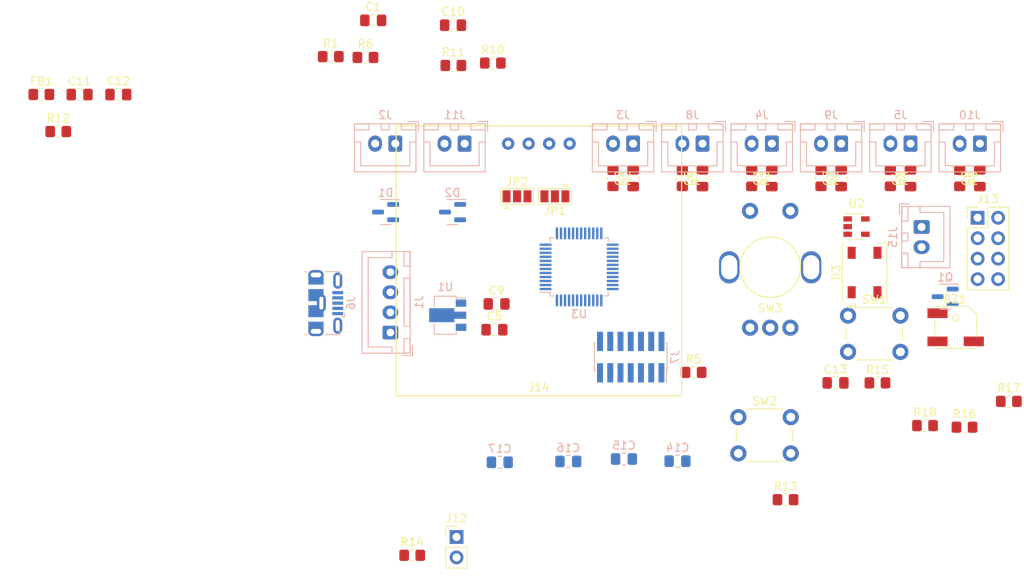
<source format=kicad_pcb>
(kicad_pcb (version 20211014) (generator pcbnew)

  (general
    (thickness 1.6)
  )

  (paper "A4")
  (layers
    (0 "F.Cu" signal)
    (31 "B.Cu" signal)
    (32 "B.Adhes" user "B.Adhesive")
    (33 "F.Adhes" user "F.Adhesive")
    (34 "B.Paste" user)
    (35 "F.Paste" user)
    (36 "B.SilkS" user "B.Silkscreen")
    (37 "F.SilkS" user "F.Silkscreen")
    (38 "B.Mask" user)
    (39 "F.Mask" user)
    (40 "Dwgs.User" user "User.Drawings")
    (41 "Cmts.User" user "User.Comments")
    (42 "Eco1.User" user "User.Eco1")
    (43 "Eco2.User" user "User.Eco2")
    (44 "Edge.Cuts" user)
    (45 "Margin" user)
    (46 "B.CrtYd" user "B.Courtyard")
    (47 "F.CrtYd" user "F.Courtyard")
    (48 "B.Fab" user)
    (49 "F.Fab" user)
    (50 "User.1" user)
    (51 "User.2" user)
    (52 "User.3" user)
    (53 "User.4" user)
    (54 "User.5" user)
    (55 "User.6" user)
    (56 "User.7" user)
    (57 "User.8" user)
    (58 "User.9" user)
  )

  (setup
    (pad_to_mask_clearance 0)
    (pcbplotparams
      (layerselection 0x00010fc_ffffffff)
      (disableapertmacros false)
      (usegerberextensions false)
      (usegerberattributes true)
      (usegerberadvancedattributes true)
      (creategerberjobfile true)
      (svguseinch false)
      (svgprecision 6)
      (excludeedgelayer true)
      (plotframeref false)
      (viasonmask false)
      (mode 1)
      (useauxorigin false)
      (hpglpennumber 1)
      (hpglpenspeed 20)
      (hpglpendiameter 15.000000)
      (dxfpolygonmode true)
      (dxfimperialunits true)
      (dxfusepcbnewfont true)
      (psnegative false)
      (psa4output false)
      (plotreference true)
      (plotvalue true)
      (plotinvisibletext false)
      (sketchpadsonfab false)
      (subtractmaskfromsilk false)
      (outputformat 1)
      (mirror false)
      (drillshape 1)
      (scaleselection 1)
      (outputdirectory "")
    )
  )

  (net 0 "")
  (net 1 "VBUS")
  (net 2 "Net-(BZ1-Pad2)")
  (net 3 "Net-(C1-Pad1)")
  (net 4 "GNDA")
  (net 5 "KEY1")
  (net 6 "GND")
  (net 7 "KEY3")
  (net 8 "KEY5")
  (net 9 "KEY2")
  (net 10 "KEY4")
  (net 11 "KEY6")
  (net 12 "+3.3V")
  (net 13 "Net-(C10-Pad1)")
  (net 14 "+3.3VA")
  (net 15 "KILL_SW")
  (net 16 "TH1")
  (net 17 "TH2")
  (net 18 "Net-(D3-Pad4)")
  (net 19 "Net-(D3-Pad2)")
  (net 20 "D-")
  (net 21 "D+")
  (net 22 "Net-(J3-Pad2)")
  (net 23 "Net-(J4-Pad2)")
  (net 24 "Net-(J5-Pad2)")
  (net 25 "unconnected-(J7-Pad1)")
  (net 26 "unconnected-(J7-Pad2)")
  (net 27 "SWDIO")
  (net 28 "SWCLK")
  (net 29 "unconnected-(J7-Pad8)")
  (net 30 "unconnected-(J7-Pad9)")
  (net 31 "unconnected-(J7-Pad10)")
  (net 32 "Net-(J7-Pad11)")
  (net 33 "RESET")
  (net 34 "unconnected-(J7-Pad13)")
  (net 35 "unconnected-(J7-Pad14)")
  (net 36 "Net-(J8-Pad2)")
  (net 37 "Net-(J9-Pad2)")
  (net 38 "Net-(J10-Pad2)")
  (net 39 "BOOT0")
  (net 40 "GPIO1")
  (net 41 "GPIO2")
  (net 42 "GPIO3")
  (net 43 "GPIO4")
  (net 44 "PIN1")
  (net 45 "PIN2")
  (net 46 "SCL")
  (net 47 "SDA")
  (net 48 "Net-(Q1-Pad1)")
  (net 49 "Net-(Q1-Pad2)")
  (net 50 "Net-(R15-Pad1)")
  (net 51 "BUZZER")
  (net 52 "ENC_A")
  (net 53 "ENC_B")
  (net 54 "ENC_SW")
  (net 55 "NEOPIXEL")
  (net 56 "unconnected-(U3-Pad2)")
  (net 57 "unconnected-(U3-Pad3)")
  (net 58 "unconnected-(U3-Pad4)")
  (net 59 "unconnected-(U3-Pad5)")
  (net 60 "unconnected-(U3-Pad6)")
  (net 61 "unconnected-(U3-Pad30)")
  (net 62 "unconnected-(U3-Pad31)")
  (net 63 "unconnected-(U3-Pad38)")
  (net 64 "unconnected-(U3-Pad39)")
  (net 65 "unconnected-(U3-Pad40)")
  (net 66 "unconnected-(U3-Pad41)")
  (net 67 "unconnected-(U3-Pad45)")
  (net 68 "unconnected-(U3-Pad46)")

  (footprint "Capacitor_SMD:C_0805_2012Metric_Pad1.18x1.45mm_HandSolder" (layer "F.Cu") (at 75.1 47.3))

  (footprint "Capacitor_SMD:C_0805_2012Metric_Pad1.18x1.45mm_HandSolder" (layer "F.Cu") (at 27.6625 2.9))

  (footprint "V0-Display:WS2812_5050_LED" (layer "F.Cu") (at 78.7 33.6 90))

  (footprint "Resistor_SMD:R_0805_2012Metric_Pad1.20x1.40mm_HandSolder" (layer "F.Cu") (at 64.7 21.9 -90))

  (footprint "Resistor_SMD:R_0805_2012Metric_Pad1.20x1.40mm_HandSolder" (layer "F.Cu") (at -21.3 16.1))

  (footprint "V0-Display:SOT-23-5" (layer "F.Cu") (at 77.7 27.9))

  (footprint "Connector_PinHeader_2.54mm:PinHeader_2x04_P2.54mm_Vertical" (layer "F.Cu") (at 92.725 26.8))

  (footprint "Connector_PinHeader_2.54mm:PinHeader_1x02_P2.54mm_Vertical" (layer "F.Cu") (at 28.1 66.425))

  (footprint "V0-Display:SW_PUSH_6mm" (layer "F.Cu") (at 76.65 38.95))

  (footprint "V0-Display:MountingHole_3.2mm_M3" (layer "F.Cu") (at -3.55 55.65))

  (footprint "Resistor_SMD:R_0805_2012Metric_Pad1.20x1.40mm_HandSolder" (layer "F.Cu") (at 56.1 21.9 -90))

  (footprint "Resistor_SMD:R_0805_2012Metric_Pad1.20x1.40mm_HandSolder" (layer "F.Cu") (at 73.3 21.9 -90))

  (footprint "V0-Display:MountingHole_3.2mm_M3" (layer "F.Cu") (at -11.5 55.65))

  (footprint "Capacitor_SMD:C_0805_2012Metric_Pad1.18x1.45mm_HandSolder" (layer "F.Cu") (at 75.8 21.9 90))

  (footprint "Capacitor_SMD:C_0805_2012Metric_Pad1.18x1.45mm_HandSolder" (layer "F.Cu") (at 32.8 40.7))

  (footprint "Capacitor_SMD:C_0805_2012Metric_Pad1.18x1.45mm_HandSolder" (layer "F.Cu") (at -13.845 11.51))

  (footprint "Resistor_SMD:R_0805_2012Metric_Pad1.20x1.40mm_HandSolder" (layer "F.Cu") (at 22.6 68.7))

  (footprint "Resistor_SMD:R_0805_2012Metric_Pad1.20x1.40mm_HandSolder" (layer "F.Cu") (at 27.7 7.9))

  (footprint "Resistor_SMD:R_0805_2012Metric_Pad1.20x1.40mm_HandSolder" (layer "F.Cu") (at 12.5 6.8))

  (footprint "my_additions:Buzzer_5020" (layer "F.Cu") (at 90 40.4))

  (footprint "Resistor_SMD:R_0805_2012Metric_Pad1.20x1.40mm_HandSolder" (layer "F.Cu") (at 68.9 61.8))

  (footprint "Capacitor_SMD:C_0805_2012Metric_Pad1.18x1.45mm_HandSolder" (layer "F.Cu") (at 17.7625 2.3))

  (footprint "Capacitor_SMD:C_0805_2012Metric_Pad1.18x1.45mm_HandSolder" (layer "F.Cu") (at 93 21.9 90))

  (footprint "Capacitor_SMD:C_0805_2012Metric_Pad1.18x1.45mm_HandSolder" (layer "F.Cu") (at -18.655 11.51))

  (footprint "Capacitor_SMD:C_0805_2012Metric_Pad1.18x1.45mm_HandSolder" (layer "F.Cu") (at 67.2 21.9 90))

  (footprint "Resistor_SMD:R_0805_2012Metric_Pad1.20x1.40mm_HandSolder" (layer "F.Cu") (at 91.1 52.8))

  (footprint "Resistor_SMD:R_0805_2012Metric_Pad1.20x1.40mm_HandSolder" (layer "F.Cu") (at 90.5 21.9 -90))

  (footprint "Resistor_SMD:R_0805_2012Metric_Pad1.20x1.40mm_HandSolder" (layer "F.Cu") (at 81.9 21.9 -90))

  (footprint "V0-Display:SolderJumper-3_P1.3mm_Pad1.0x1.5mm" (layer "F.Cu") (at 40.3 24.1425 180))

  (footprint "Resistor_SMD:R_0805_2012Metric_Pad1.20x1.40mm_HandSolder" (layer "F.Cu") (at 86.2 52.6))

  (footprint "Capacitor_SMD:C_0805_2012Metric_Pad1.18x1.45mm_HandSolder" (layer "F.Cu") (at 58.6 21.9 90))

  (footprint "V0-Display:SW_PUSH_6mm" (layer "F.Cu") (at 63.05 51.55))

  (footprint "Capacitor_SMD:C_0805_2012Metric_Pad1.18x1.45mm_HandSolder" (layer "F.Cu") (at 50 21.9 90))

  (footprint "V0-Display:MountingHole_3.2mm_M3" (layer "F.Cu") (at -11.6 46.2))

  (footprint "Resistor_SMD:R_0805_2012Metric_Pad1.20x1.40mm_HandSolder" (layer "F.Cu") (at 47.5 21.9 -90))

  (footprint "V0-Display:MountingHole_3.2mm_M3" (layer "F.Cu") (at -3.3 46))

  (footprint "Resistor_SMD:R_0805_2012Metric_Pad1.20x1.40mm_HandSolder" (layer "F.Cu") (at 16.8 6.9))

  (footprint "Resistor_SMD:R_0805_2012Metric_Pad1.20x1.40mm_HandSolder" (layer "F.Cu") (at 96.6 49.6))

  (footprint "Resistor_SMD:R_0805_2012Metric_Pad1.20x1.40mm_HandSolder" (layer "F.Cu") (at -23.4 11.5))

  (footprint "Resistor_SMD:R_0805_2012Metric_Pad1.20x1.40mm_HandSolder" (layer "F.Cu") (at 32.6 7.6))

  (footprint "V0-Display:SolderJumper-3_P1.3mm_Pad1.0x1.5mm" (layer "F.Cu") (at 35.6 24.1425))

  (footprint "Capacitor_SMD:C_0805_2012Metric_Pad1.18x1.45mm_HandSolder" (layer "F.Cu") (at 33.0625 37.5))

  (footprint "Resistor_SMD:R_0805_2012Metric_Pad1.20x1.40mm_HandSolder" (layer "F.Cu") (at 80.3 47.3))

  (footprint "Resistor_SMD:R_0805_2012Metric_Pad1.20x1.40mm_HandSolder" (layer "F.Cu") (at 57.5 46))

  (footprint "V0-Display:1pt3in_OLED" (layer "F.Cu") (at 38.31 17.6))

  (footprint "Capacitor_SMD:C_0805_2012Metric_Pad1.18x1.45mm_HandSolder" (layer "F.Cu") (at 84.4 21.9 90))

  (footprint "V0-Display:EN11_Encoder" (layer "F.Cu") (at 67 32.95))

  (footprint "Connector_JST:JST_XH_B2B-XH-A_1x02_P2.50mm_Vertical" (layer "B.Cu") (at 85.774999 27.95 -90))

  (footprint "Connector_PinHeader_1.27mm:PinHeader_2x07_P1.27mm_Vertical_SMD" (layer "B.Cu") (at 49.7 44.1 90))

  (footprint "Capacitor_SMD:C_0805_2012Metric_Pad1.18x1.45mm_HandSolder" (layer "B.Cu") (at 33.460952 57.15 180))

  (footprint "Capacitor_SMD:C_0805_2012Metric_Pad1.18x1.45mm_HandSolder" (layer "B.Cu") (at 41.960952 57.05 180))

  (footprint "Package_QFP:LQFP-48_7x7mm_P0.5mm" (layer "B.Cu") (at 43.3 32.9))

  (footprint "Connector_JST:JST_XH_B2B-XH-A_1x02_P2.50mm_Vertical" (layer "B.Cu") (at 50 17.6 180))

  (footprint "Capacitor_SMD:C_0805_2012Metric_Pad1.18x1.45mm_HandSolder" (layer "B.Cu") (at 48.860952 56.75 180))

  (footprint "Connector_JST:JST_XH_B2B-XH-A_1x02_P2.50mm_Vertical" (layer "B.Cu")
    (tedit 5C28146C) (tstamp 6ab83242-12e0-4afe-a6ce-2dc42569df21)
    (at 84.4 17.6 180)
    (descr "JST XH series connector, B2B-XH-A (http://www.jst-mfg.com/product/pdf/eng/eXH.pdf), generated with kicad-footprint-generator")
    (tags "connector JST XH vertical")
    (property "Sheetfile" "V0_McDisplay.kicad_sch")
    (property "Sheetname" "")
    (path "/6603a291-e3a9-4705-a380-dff8176a1a61")
    (attr through_hole)
    (fp_text reference "J5" (at 1.25 3.55) (layer "B.SilkS")
      (effects (font (size 1 1) (thickness 0.15)) (justify mirror))
      (tstamp b630f71b-467d-4127-bd84-828380ce27a8)
    )
    (fp_text value "PH2.54_02" (at 1.25 -4.6) (layer "B.Fab")
      (effects (font (size 1 1) (thickness 0.15)) (justify mirror))
      (tstamp 2a368142-6927-4c43-8ce3-86ea65efd054)
    )
    (fp_text user "${REFERENCE}" (at 1.25 -2.7) (layer "B.Fab")
      (effects (font (size 1 1) (thickness 0.15)) (justify mirror))
      (tstamp 72150555-059c-4c7b-98bd-1613959f2612)
    )
    (fp_line (start 0.75 2.45) (end 0.75 1.7) (layer "B.SilkS") (width 0.12) (tstamp 0305a3e2-9f68-44c1-ac69-b5565d40b52e))
    (fp_line (start 3.25 1.7) (end 5.05 1.7) (layer "B.SilkS") (width 0.12) (tstamp 0a685468-668d-4914-8432-dafe20e29690))
    (fp_line (start -1.6 2.75) (end -2.85 2.75) (layer "B.SilkS") (width 0.12) (tstamp 0adc752e-19c7-47bf-84a1-fe09d06e5200))
    (fp_line (start -2.56 -3.51) (end 5.06 -3.51) (layer "B.SilkS") (width 0.12) (tstamp 28410033-fde0-4500-a1bc-dca1790d6b91))
    (fp_line (start 1.75 1.7) (end 1.75 2.45) (layer "B.SilkS") (width 0.12) (tstamp 2f480312-052f-4923-a36c-92b8a969f438))
    (fp_line (start -2.56 2.46) (end -2.56 -3.51) (layer "B.SilkS") (width 0.12) (tstamp 32a84ae6-3612-4f01-b771-a32b51224be1))
    (fp_line (start -2.55 0.2) (end -1.8 0.2) (layer "B.SilkS") (width 0.12) (tstamp 3971c5c2-3475-4e6d-be6c-c3c13d445795))
    (fp_line (start 0.75 1.7) (end 1.75 1.7) (layer "B.SilkS") (width 0.12) (tstamp 419a1966-cf27-4ca9-9b2d-4559fe1cf638))
    (fp_line (start -2.55 2.45) (end -2.55 1.7) (layer "B.SilkS") (width 0.12) (tstamp 41a78cbb-6939-420f-bff2-e252b09ded80))
    (fp_line (start -0.75 1.7) (end -0.75 2.45) (layer "B.SilkS") (width 0.12) (tstamp 48c8a773-d4c0-4e31-8131-06c93c5fb5c6))
    (fp_line (start 5.05 2.45) (end 3.25 2.45) (layer "B.SilkS") (width 0.12) (tstamp 48e2cf3d-e277-496b-9cc7-1cea76d4854f))
    (fp_line (start 5.05 0.2) (end 4.3 0.2) (layer "B.SilkS") (width 0.12) (tstamp 5eeabf69-9c69-4ec9-953a-c387307c2af0))
    (fp_line (start 4.3 -2.75) (end 1.25 -2.75) (layer "B.SilkS") (width 0.12) (tstamp 5f9dd7ff-b45b-4afb-a98b-b73fc0b2872a))
    (fp_line (start 5.06 2.46) (end -2.56 2.46) (layer "B.SilkS") (width 0.12) (tstamp 71bc263e-24ff-43f6-8ae4-7bc49aa7d468))
    (fp_line (start -1.8 0.2) (end -1.8 -2.75) (layer "B.SilkS") (width 0.12) (tstamp 73268517-378c-4427-8fe4-bd6232d81d71))
    (fp_line (start -1.8 -2.75) (end 1.25 -2.75) (layer "B.SilkS") (width 0.12) (tstamp 79b65e32-770a-4358-a22a-dd5d8322cbc0))
    (fp_line (start -2.55 1.7) (end -0.75 1.7) (layer "B.SilkS") (width 0.12) (tstamp 8f4402a9-9ad4-4a63-9aa3-ef63f7f3b074))
    (fp_line (start 5.06 -3.51) (end 5.06 2.46) (layer "B.SilkS") (width 0.12) (tstamp a6e5a61f-c3f9-4d84-90ba-3dda48c22add))
    (fp_line (start 1.75 2.45) (end 0.75 2.45) (layer "B.SilkS") (width 0.12) (tstamp a95bf4af-390a-4d46-b53b-83a97c49260a))
    (fp_line (start -2.85 2.75) (end -2.85 1.5) (layer "B.SilkS") (width 0.12) (tstamp ab0f6548-e614-41c9-a3f9-bac5b640655f))
    (fp_line (start -0.75 2.45) (end -2.55 2.45) (layer "B.SilkS") (width 0.12) (tstamp b5499060-002b-4dd3-a8bf-374c89f74106))
    (fp_line (start 5.05 1.7) (end 5.05 2.45) (layer "B.SilkS") (width 0.12) (tstamp b7ae2ddc-88f6-4d91-b424-ede7400c5c39))
    (fp_line (start 3.25 2.45) (end 3.25 1.7) (layer "B.SilkS") (width 0.12) (tstamp ea8f6a26-c93d-46fd-8788-beb738e4f92a))
    (fp_line (start 4.3 0.2) (end 4.3 -2.75) (layer "B.SilkS") (width 0.12) (tstamp f017e42a-5dba-4601-9540-f2150676affe))
    (fp_line (start 5.45 -3.9) (end 5.45 2.85) (layer "B.CrtYd") (width 0.05) (tstamp 457ea6db-0732-4c7d-a54d-a86428b182f8))
    (fp_line (start -2.95 -3.9) (end 5.45 -3.9) (layer "B.CrtYd") (width 0.05) (tstamp b68da475-34fc-451f-a211-abb90d2471e0))
    (fp_line (start -2.95 2.85) (end -2.95 -3.9) (layer "B.CrtYd") (width 0.05) (tstamp cd4281e5-3b22-4aff-813b-d69fb6a1c37b))
    (fp_line (start 5.45 2.85) (end -2.95 2.85) (layer "B.CrtYd") (width 0.05) (tstamp f60a5d48-4663-4486-a67b-36eb1eea95a3))
    (fp_line (start -2.45 2.35) (end -2.45 -3.4) (layer "B.Fab") (width 0.1) (tstamp 776e7cf4-d00c-440a-b12e-a56037f8842f))
    (fp_line (start -2.45 -3.4) (end 4.95 -3.4) (layer "B.Fab") (width 0.1) (tstamp 88e08383-4251-40d8-964c-dad7eb7df07f))
    (fp_line (start 4.95 -3.4) (end 4.95 2.35) (layer "B.Fab") (width 0.1) (tstamp 8a2442ed-39b8-48dc-a127-a2d8d82acc49))
    (fp_line (start -0.625 2.35) (end 0 1.35) (layer "B.Fab") (width 0.1) (tstamp ba3512a0-c8e3-408b-88bc-771ecbc851ad))
    (fp_line (start 0 1.35) (end 0.625 2.35) (layer "B.Fab") (width 0.1) (tstamp d5be7de3-bc29-4ee2-a0d1-0fa3f9fada37))
    (fp_line (start 4.95 2.35) (end -2.45 2.35) (layer "B.Fab") (width 0.1) (tstamp fbe1c514-5296-41d5-aa62-517587cb591d))
    (pad "1" thru_hole roundrect (at 0 0 180) (size 1.7 2) (drill 1) (layers *.Cu *.Mask) (roundrect_rratio 0.147059)
      (net 6 "GND") (pinfunction "Pin_1") (pintype "passive") (tstamp 7d8a5d19-a8a6-4503-9f73-c97b0882b8e6))
    (pad "2" thru_hole oval (at 2.5 0 180) (size 1.7 2) (drill 1) (layers *.Cu *.Mask)
      (net 24 "Net-(J5-Pad2)") (pinfunction "Pin_2") (pintype "passive") (tstamp c57fa362-b72e-4e96-81ae-abccc67238c9)
... [67216 chars truncated]
</source>
